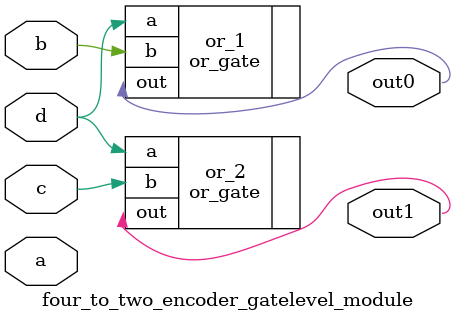
<source format=v>

module four_to_two_encoder_gatelevel_module (a, b, c, d, out0, out1);
	input a, b, c, d;

	output out0, out1;
	
	or_gate or_1(.a(d), .b(b), .out(out0));
	or_gate or_2(.a(d), .b(c), .out(out1));

endmodule



</source>
